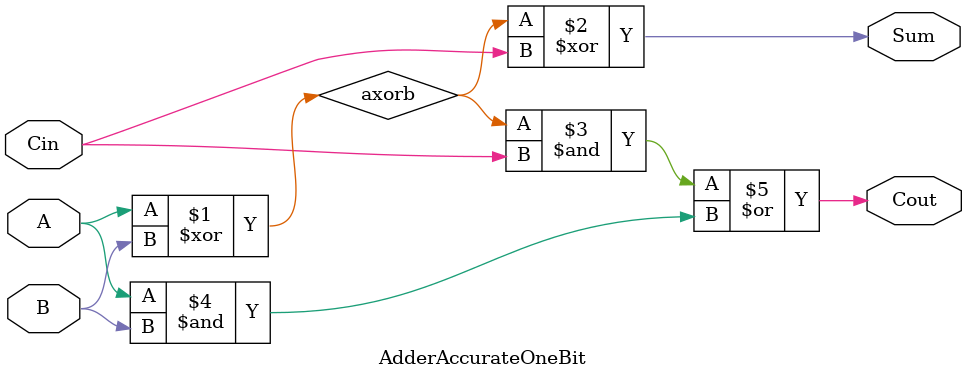
<source format=v>
module ADD_APPROX #(
    parameter bitWidth = 16, parameter approxBits = 6
)(
    input signed [bitWidth-1:0] A,
    input signed [bitWidth-1:0] B,
    input signed Cin,
    output signed [bitWidth-1:0] Sum,
    output signed Cout
);

    wire [bitWidth:0] carry_internal;

    // Approximate adder instances for the first approxBits bits
    genvar i;
    generate
        for (i = 0; i < approxBits; i = i + 1) begin : approx
            AdderIMPACTThirdApproxOneBit approxInstances (
                .A(A[i]),
                .B(B[i]),
                .Sum(Sum[i]),
                .Cin(carry_internal[i]),
                .Cout(carry_internal[i+1])
            );
        end
    endgenerate

    // Accurate adder instances for the remaining bits
    generate
        for (i = approxBits; i < bitWidth; i = i + 1) begin : accurate
            AdderAccurateOneBit accurateInstances (
                .A(A[i]),
                .B(B[i]),
                .Sum(Sum[i]),
                .Cin(carry_internal[i]),
                .Cout(carry_internal[i+1])
            );
        end
    endgenerate

    // Initialize carry_internal
    assign carry_internal[0] = Cin;
    assign Cout = (A[bitWidth-1] == B[bitWidth-1]) ? A[bitWidth-1] : Sum[bitWidth-1];

endmodule

module AdderIMPACTThirdApproxOneBit (
    input A,
    input B,
    input Cin,
    output Sum,
    output Cout
);

    assign Cout = A;
    assign Sum = B;

endmodule

module AdderAccurateOneBit (
    input A,
    input B,
    input Cin,
    output Sum,
    output Cout
);

    wire axorb;

    assign axorb = A ^ B;
    assign Sum = axorb ^ Cin;
    assign Cout = (axorb & Cin) | (A & B);

endmodule

</source>
